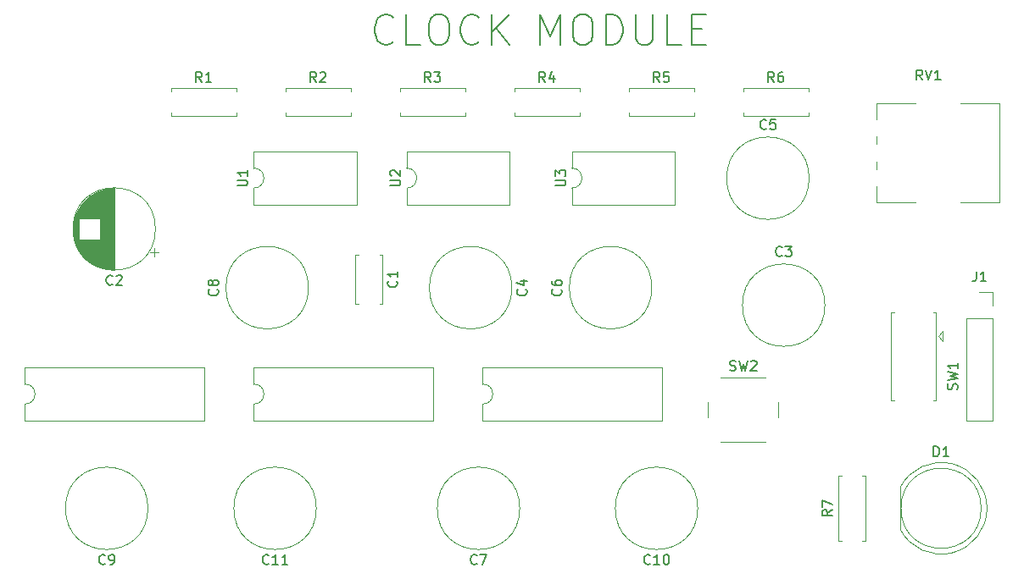
<source format=gbr>
%TF.GenerationSoftware,KiCad,Pcbnew,(7.0.0)*%
%TF.CreationDate,2023-05-14T14:46:27-04:00*%
%TF.ProjectId,8bc_clock,3862635f-636c-46f6-936b-2e6b69636164,rev?*%
%TF.SameCoordinates,Original*%
%TF.FileFunction,Legend,Top*%
%TF.FilePolarity,Positive*%
%FSLAX46Y46*%
G04 Gerber Fmt 4.6, Leading zero omitted, Abs format (unit mm)*
G04 Created by KiCad (PCBNEW (7.0.0)) date 2023-05-14 14:46:27*
%MOMM*%
%LPD*%
G01*
G04 APERTURE LIST*
%ADD10C,0.150000*%
%ADD11C,0.120000*%
G04 APERTURE END LIST*
D10*
X121808571Y-57481428D02*
X121665714Y-57624285D01*
X121665714Y-57624285D02*
X121237142Y-57767142D01*
X121237142Y-57767142D02*
X120951428Y-57767142D01*
X120951428Y-57767142D02*
X120522857Y-57624285D01*
X120522857Y-57624285D02*
X120237142Y-57338571D01*
X120237142Y-57338571D02*
X120094285Y-57052857D01*
X120094285Y-57052857D02*
X119951428Y-56481428D01*
X119951428Y-56481428D02*
X119951428Y-56052857D01*
X119951428Y-56052857D02*
X120094285Y-55481428D01*
X120094285Y-55481428D02*
X120237142Y-55195714D01*
X120237142Y-55195714D02*
X120522857Y-54910000D01*
X120522857Y-54910000D02*
X120951428Y-54767142D01*
X120951428Y-54767142D02*
X121237142Y-54767142D01*
X121237142Y-54767142D02*
X121665714Y-54910000D01*
X121665714Y-54910000D02*
X121808571Y-55052857D01*
X124522857Y-57767142D02*
X123094285Y-57767142D01*
X123094285Y-57767142D02*
X123094285Y-54767142D01*
X126094285Y-54767142D02*
X126665713Y-54767142D01*
X126665713Y-54767142D02*
X126951428Y-54910000D01*
X126951428Y-54910000D02*
X127237142Y-55195714D01*
X127237142Y-55195714D02*
X127379999Y-55767142D01*
X127379999Y-55767142D02*
X127379999Y-56767142D01*
X127379999Y-56767142D02*
X127237142Y-57338571D01*
X127237142Y-57338571D02*
X126951428Y-57624285D01*
X126951428Y-57624285D02*
X126665713Y-57767142D01*
X126665713Y-57767142D02*
X126094285Y-57767142D01*
X126094285Y-57767142D02*
X125808571Y-57624285D01*
X125808571Y-57624285D02*
X125522856Y-57338571D01*
X125522856Y-57338571D02*
X125379999Y-56767142D01*
X125379999Y-56767142D02*
X125379999Y-55767142D01*
X125379999Y-55767142D02*
X125522856Y-55195714D01*
X125522856Y-55195714D02*
X125808571Y-54910000D01*
X125808571Y-54910000D02*
X126094285Y-54767142D01*
X130379999Y-57481428D02*
X130237142Y-57624285D01*
X130237142Y-57624285D02*
X129808570Y-57767142D01*
X129808570Y-57767142D02*
X129522856Y-57767142D01*
X129522856Y-57767142D02*
X129094285Y-57624285D01*
X129094285Y-57624285D02*
X128808570Y-57338571D01*
X128808570Y-57338571D02*
X128665713Y-57052857D01*
X128665713Y-57052857D02*
X128522856Y-56481428D01*
X128522856Y-56481428D02*
X128522856Y-56052857D01*
X128522856Y-56052857D02*
X128665713Y-55481428D01*
X128665713Y-55481428D02*
X128808570Y-55195714D01*
X128808570Y-55195714D02*
X129094285Y-54910000D01*
X129094285Y-54910000D02*
X129522856Y-54767142D01*
X129522856Y-54767142D02*
X129808570Y-54767142D01*
X129808570Y-54767142D02*
X130237142Y-54910000D01*
X130237142Y-54910000D02*
X130379999Y-55052857D01*
X131665713Y-57767142D02*
X131665713Y-54767142D01*
X133379999Y-57767142D02*
X132094285Y-56052857D01*
X133379999Y-54767142D02*
X131665713Y-56481428D01*
X136465713Y-57767142D02*
X136465713Y-54767142D01*
X136465713Y-54767142D02*
X137465713Y-56910000D01*
X137465713Y-56910000D02*
X138465713Y-54767142D01*
X138465713Y-54767142D02*
X138465713Y-57767142D01*
X140465713Y-54767142D02*
X141037141Y-54767142D01*
X141037141Y-54767142D02*
X141322856Y-54910000D01*
X141322856Y-54910000D02*
X141608570Y-55195714D01*
X141608570Y-55195714D02*
X141751427Y-55767142D01*
X141751427Y-55767142D02*
X141751427Y-56767142D01*
X141751427Y-56767142D02*
X141608570Y-57338571D01*
X141608570Y-57338571D02*
X141322856Y-57624285D01*
X141322856Y-57624285D02*
X141037141Y-57767142D01*
X141037141Y-57767142D02*
X140465713Y-57767142D01*
X140465713Y-57767142D02*
X140179999Y-57624285D01*
X140179999Y-57624285D02*
X139894284Y-57338571D01*
X139894284Y-57338571D02*
X139751427Y-56767142D01*
X139751427Y-56767142D02*
X139751427Y-55767142D01*
X139751427Y-55767142D02*
X139894284Y-55195714D01*
X139894284Y-55195714D02*
X140179999Y-54910000D01*
X140179999Y-54910000D02*
X140465713Y-54767142D01*
X143037141Y-57767142D02*
X143037141Y-54767142D01*
X143037141Y-54767142D02*
X143751427Y-54767142D01*
X143751427Y-54767142D02*
X144179998Y-54910000D01*
X144179998Y-54910000D02*
X144465713Y-55195714D01*
X144465713Y-55195714D02*
X144608570Y-55481428D01*
X144608570Y-55481428D02*
X144751427Y-56052857D01*
X144751427Y-56052857D02*
X144751427Y-56481428D01*
X144751427Y-56481428D02*
X144608570Y-57052857D01*
X144608570Y-57052857D02*
X144465713Y-57338571D01*
X144465713Y-57338571D02*
X144179998Y-57624285D01*
X144179998Y-57624285D02*
X143751427Y-57767142D01*
X143751427Y-57767142D02*
X143037141Y-57767142D01*
X146037141Y-54767142D02*
X146037141Y-57195714D01*
X146037141Y-57195714D02*
X146179998Y-57481428D01*
X146179998Y-57481428D02*
X146322856Y-57624285D01*
X146322856Y-57624285D02*
X146608570Y-57767142D01*
X146608570Y-57767142D02*
X147179998Y-57767142D01*
X147179998Y-57767142D02*
X147465713Y-57624285D01*
X147465713Y-57624285D02*
X147608570Y-57481428D01*
X147608570Y-57481428D02*
X147751427Y-57195714D01*
X147751427Y-57195714D02*
X147751427Y-54767142D01*
X150608570Y-57767142D02*
X149179998Y-57767142D01*
X149179998Y-57767142D02*
X149179998Y-54767142D01*
X151608569Y-56195714D02*
X152608569Y-56195714D01*
X153037141Y-57767142D02*
X151608569Y-57767142D01*
X151608569Y-57767142D02*
X151608569Y-54767142D01*
X151608569Y-54767142D02*
X153037141Y-54767142D01*
%TO.C,SW2*%
X155436667Y-90339761D02*
X155579524Y-90387380D01*
X155579524Y-90387380D02*
X155817619Y-90387380D01*
X155817619Y-90387380D02*
X155912857Y-90339761D01*
X155912857Y-90339761D02*
X155960476Y-90292142D01*
X155960476Y-90292142D02*
X156008095Y-90196904D01*
X156008095Y-90196904D02*
X156008095Y-90101666D01*
X156008095Y-90101666D02*
X155960476Y-90006428D01*
X155960476Y-90006428D02*
X155912857Y-89958809D01*
X155912857Y-89958809D02*
X155817619Y-89911190D01*
X155817619Y-89911190D02*
X155627143Y-89863571D01*
X155627143Y-89863571D02*
X155531905Y-89815952D01*
X155531905Y-89815952D02*
X155484286Y-89768333D01*
X155484286Y-89768333D02*
X155436667Y-89673095D01*
X155436667Y-89673095D02*
X155436667Y-89577857D01*
X155436667Y-89577857D02*
X155484286Y-89482619D01*
X155484286Y-89482619D02*
X155531905Y-89435000D01*
X155531905Y-89435000D02*
X155627143Y-89387380D01*
X155627143Y-89387380D02*
X155865238Y-89387380D01*
X155865238Y-89387380D02*
X156008095Y-89435000D01*
X156341429Y-89387380D02*
X156579524Y-90387380D01*
X156579524Y-90387380D02*
X156770000Y-89673095D01*
X156770000Y-89673095D02*
X156960476Y-90387380D01*
X156960476Y-90387380D02*
X157198572Y-89387380D01*
X157531905Y-89482619D02*
X157579524Y-89435000D01*
X157579524Y-89435000D02*
X157674762Y-89387380D01*
X157674762Y-89387380D02*
X157912857Y-89387380D01*
X157912857Y-89387380D02*
X158008095Y-89435000D01*
X158008095Y-89435000D02*
X158055714Y-89482619D01*
X158055714Y-89482619D02*
X158103333Y-89577857D01*
X158103333Y-89577857D02*
X158103333Y-89673095D01*
X158103333Y-89673095D02*
X158055714Y-89815952D01*
X158055714Y-89815952D02*
X157484286Y-90387380D01*
X157484286Y-90387380D02*
X158103333Y-90387380D01*
%TO.C,D1*%
X175791905Y-98947380D02*
X175791905Y-97947380D01*
X175791905Y-97947380D02*
X176030000Y-97947380D01*
X176030000Y-97947380D02*
X176172857Y-97995000D01*
X176172857Y-97995000D02*
X176268095Y-98090238D01*
X176268095Y-98090238D02*
X176315714Y-98185476D01*
X176315714Y-98185476D02*
X176363333Y-98375952D01*
X176363333Y-98375952D02*
X176363333Y-98518809D01*
X176363333Y-98518809D02*
X176315714Y-98709285D01*
X176315714Y-98709285D02*
X176268095Y-98804523D01*
X176268095Y-98804523D02*
X176172857Y-98899761D01*
X176172857Y-98899761D02*
X176030000Y-98947380D01*
X176030000Y-98947380D02*
X175791905Y-98947380D01*
X177315714Y-98947380D02*
X176744286Y-98947380D01*
X177030000Y-98947380D02*
X177030000Y-97947380D01*
X177030000Y-97947380D02*
X176934762Y-98090238D01*
X176934762Y-98090238D02*
X176839524Y-98185476D01*
X176839524Y-98185476D02*
X176744286Y-98233095D01*
%TO.C,R1*%
X102703333Y-61497380D02*
X102370000Y-61021190D01*
X102131905Y-61497380D02*
X102131905Y-60497380D01*
X102131905Y-60497380D02*
X102512857Y-60497380D01*
X102512857Y-60497380D02*
X102608095Y-60545000D01*
X102608095Y-60545000D02*
X102655714Y-60592619D01*
X102655714Y-60592619D02*
X102703333Y-60687857D01*
X102703333Y-60687857D02*
X102703333Y-60830714D01*
X102703333Y-60830714D02*
X102655714Y-60925952D01*
X102655714Y-60925952D02*
X102608095Y-60973571D01*
X102608095Y-60973571D02*
X102512857Y-61021190D01*
X102512857Y-61021190D02*
X102131905Y-61021190D01*
X103655714Y-61497380D02*
X103084286Y-61497380D01*
X103370000Y-61497380D02*
X103370000Y-60497380D01*
X103370000Y-60497380D02*
X103274762Y-60640238D01*
X103274762Y-60640238D02*
X103179524Y-60735476D01*
X103179524Y-60735476D02*
X103084286Y-60783095D01*
%TO.C,U1*%
X106257380Y-71871904D02*
X107066904Y-71871904D01*
X107066904Y-71871904D02*
X107162142Y-71824285D01*
X107162142Y-71824285D02*
X107209761Y-71776666D01*
X107209761Y-71776666D02*
X107257380Y-71681428D01*
X107257380Y-71681428D02*
X107257380Y-71490952D01*
X107257380Y-71490952D02*
X107209761Y-71395714D01*
X107209761Y-71395714D02*
X107162142Y-71348095D01*
X107162142Y-71348095D02*
X107066904Y-71300476D01*
X107066904Y-71300476D02*
X106257380Y-71300476D01*
X107257380Y-70300476D02*
X107257380Y-70871904D01*
X107257380Y-70586190D02*
X106257380Y-70586190D01*
X106257380Y-70586190D02*
X106400238Y-70681428D01*
X106400238Y-70681428D02*
X106495476Y-70776666D01*
X106495476Y-70776666D02*
X106543095Y-70871904D01*
%TO.C,C7*%
X130163333Y-109662142D02*
X130115714Y-109709761D01*
X130115714Y-109709761D02*
X129972857Y-109757380D01*
X129972857Y-109757380D02*
X129877619Y-109757380D01*
X129877619Y-109757380D02*
X129734762Y-109709761D01*
X129734762Y-109709761D02*
X129639524Y-109614523D01*
X129639524Y-109614523D02*
X129591905Y-109519285D01*
X129591905Y-109519285D02*
X129544286Y-109328809D01*
X129544286Y-109328809D02*
X129544286Y-109185952D01*
X129544286Y-109185952D02*
X129591905Y-108995476D01*
X129591905Y-108995476D02*
X129639524Y-108900238D01*
X129639524Y-108900238D02*
X129734762Y-108805000D01*
X129734762Y-108805000D02*
X129877619Y-108757380D01*
X129877619Y-108757380D02*
X129972857Y-108757380D01*
X129972857Y-108757380D02*
X130115714Y-108805000D01*
X130115714Y-108805000D02*
X130163333Y-108852619D01*
X130496667Y-108757380D02*
X131163333Y-108757380D01*
X131163333Y-108757380D02*
X130734762Y-109757380D01*
%TO.C,C5*%
X159063333Y-66142142D02*
X159015714Y-66189761D01*
X159015714Y-66189761D02*
X158872857Y-66237380D01*
X158872857Y-66237380D02*
X158777619Y-66237380D01*
X158777619Y-66237380D02*
X158634762Y-66189761D01*
X158634762Y-66189761D02*
X158539524Y-66094523D01*
X158539524Y-66094523D02*
X158491905Y-65999285D01*
X158491905Y-65999285D02*
X158444286Y-65808809D01*
X158444286Y-65808809D02*
X158444286Y-65665952D01*
X158444286Y-65665952D02*
X158491905Y-65475476D01*
X158491905Y-65475476D02*
X158539524Y-65380238D01*
X158539524Y-65380238D02*
X158634762Y-65285000D01*
X158634762Y-65285000D02*
X158777619Y-65237380D01*
X158777619Y-65237380D02*
X158872857Y-65237380D01*
X158872857Y-65237380D02*
X159015714Y-65285000D01*
X159015714Y-65285000D02*
X159063333Y-65332619D01*
X159968095Y-65237380D02*
X159491905Y-65237380D01*
X159491905Y-65237380D02*
X159444286Y-65713571D01*
X159444286Y-65713571D02*
X159491905Y-65665952D01*
X159491905Y-65665952D02*
X159587143Y-65618333D01*
X159587143Y-65618333D02*
X159825238Y-65618333D01*
X159825238Y-65618333D02*
X159920476Y-65665952D01*
X159920476Y-65665952D02*
X159968095Y-65713571D01*
X159968095Y-65713571D02*
X160015714Y-65808809D01*
X160015714Y-65808809D02*
X160015714Y-66046904D01*
X160015714Y-66046904D02*
X159968095Y-66142142D01*
X159968095Y-66142142D02*
X159920476Y-66189761D01*
X159920476Y-66189761D02*
X159825238Y-66237380D01*
X159825238Y-66237380D02*
X159587143Y-66237380D01*
X159587143Y-66237380D02*
X159491905Y-66189761D01*
X159491905Y-66189761D02*
X159444286Y-66142142D01*
%TO.C,C2*%
X93773333Y-81722142D02*
X93725714Y-81769761D01*
X93725714Y-81769761D02*
X93582857Y-81817380D01*
X93582857Y-81817380D02*
X93487619Y-81817380D01*
X93487619Y-81817380D02*
X93344762Y-81769761D01*
X93344762Y-81769761D02*
X93249524Y-81674523D01*
X93249524Y-81674523D02*
X93201905Y-81579285D01*
X93201905Y-81579285D02*
X93154286Y-81388809D01*
X93154286Y-81388809D02*
X93154286Y-81245952D01*
X93154286Y-81245952D02*
X93201905Y-81055476D01*
X93201905Y-81055476D02*
X93249524Y-80960238D01*
X93249524Y-80960238D02*
X93344762Y-80865000D01*
X93344762Y-80865000D02*
X93487619Y-80817380D01*
X93487619Y-80817380D02*
X93582857Y-80817380D01*
X93582857Y-80817380D02*
X93725714Y-80865000D01*
X93725714Y-80865000D02*
X93773333Y-80912619D01*
X94154286Y-80912619D02*
X94201905Y-80865000D01*
X94201905Y-80865000D02*
X94297143Y-80817380D01*
X94297143Y-80817380D02*
X94535238Y-80817380D01*
X94535238Y-80817380D02*
X94630476Y-80865000D01*
X94630476Y-80865000D02*
X94678095Y-80912619D01*
X94678095Y-80912619D02*
X94725714Y-81007857D01*
X94725714Y-81007857D02*
X94725714Y-81103095D01*
X94725714Y-81103095D02*
X94678095Y-81245952D01*
X94678095Y-81245952D02*
X94106667Y-81817380D01*
X94106667Y-81817380D02*
X94725714Y-81817380D01*
%TO.C,C4*%
X135062142Y-82236666D02*
X135109761Y-82284285D01*
X135109761Y-82284285D02*
X135157380Y-82427142D01*
X135157380Y-82427142D02*
X135157380Y-82522380D01*
X135157380Y-82522380D02*
X135109761Y-82665237D01*
X135109761Y-82665237D02*
X135014523Y-82760475D01*
X135014523Y-82760475D02*
X134919285Y-82808094D01*
X134919285Y-82808094D02*
X134728809Y-82855713D01*
X134728809Y-82855713D02*
X134585952Y-82855713D01*
X134585952Y-82855713D02*
X134395476Y-82808094D01*
X134395476Y-82808094D02*
X134300238Y-82760475D01*
X134300238Y-82760475D02*
X134205000Y-82665237D01*
X134205000Y-82665237D02*
X134157380Y-82522380D01*
X134157380Y-82522380D02*
X134157380Y-82427142D01*
X134157380Y-82427142D02*
X134205000Y-82284285D01*
X134205000Y-82284285D02*
X134252619Y-82236666D01*
X134490714Y-81379523D02*
X135157380Y-81379523D01*
X134109761Y-81617618D02*
X134824047Y-81855713D01*
X134824047Y-81855713D02*
X134824047Y-81236666D01*
%TO.C,C3*%
X160643333Y-78842142D02*
X160595714Y-78889761D01*
X160595714Y-78889761D02*
X160452857Y-78937380D01*
X160452857Y-78937380D02*
X160357619Y-78937380D01*
X160357619Y-78937380D02*
X160214762Y-78889761D01*
X160214762Y-78889761D02*
X160119524Y-78794523D01*
X160119524Y-78794523D02*
X160071905Y-78699285D01*
X160071905Y-78699285D02*
X160024286Y-78508809D01*
X160024286Y-78508809D02*
X160024286Y-78365952D01*
X160024286Y-78365952D02*
X160071905Y-78175476D01*
X160071905Y-78175476D02*
X160119524Y-78080238D01*
X160119524Y-78080238D02*
X160214762Y-77985000D01*
X160214762Y-77985000D02*
X160357619Y-77937380D01*
X160357619Y-77937380D02*
X160452857Y-77937380D01*
X160452857Y-77937380D02*
X160595714Y-77985000D01*
X160595714Y-77985000D02*
X160643333Y-78032619D01*
X160976667Y-77937380D02*
X161595714Y-77937380D01*
X161595714Y-77937380D02*
X161262381Y-78318333D01*
X161262381Y-78318333D02*
X161405238Y-78318333D01*
X161405238Y-78318333D02*
X161500476Y-78365952D01*
X161500476Y-78365952D02*
X161548095Y-78413571D01*
X161548095Y-78413571D02*
X161595714Y-78508809D01*
X161595714Y-78508809D02*
X161595714Y-78746904D01*
X161595714Y-78746904D02*
X161548095Y-78842142D01*
X161548095Y-78842142D02*
X161500476Y-78889761D01*
X161500476Y-78889761D02*
X161405238Y-78937380D01*
X161405238Y-78937380D02*
X161119524Y-78937380D01*
X161119524Y-78937380D02*
X161024286Y-78889761D01*
X161024286Y-78889761D02*
X160976667Y-78842142D01*
%TO.C,C10*%
X147467142Y-109662142D02*
X147419523Y-109709761D01*
X147419523Y-109709761D02*
X147276666Y-109757380D01*
X147276666Y-109757380D02*
X147181428Y-109757380D01*
X147181428Y-109757380D02*
X147038571Y-109709761D01*
X147038571Y-109709761D02*
X146943333Y-109614523D01*
X146943333Y-109614523D02*
X146895714Y-109519285D01*
X146895714Y-109519285D02*
X146848095Y-109328809D01*
X146848095Y-109328809D02*
X146848095Y-109185952D01*
X146848095Y-109185952D02*
X146895714Y-108995476D01*
X146895714Y-108995476D02*
X146943333Y-108900238D01*
X146943333Y-108900238D02*
X147038571Y-108805000D01*
X147038571Y-108805000D02*
X147181428Y-108757380D01*
X147181428Y-108757380D02*
X147276666Y-108757380D01*
X147276666Y-108757380D02*
X147419523Y-108805000D01*
X147419523Y-108805000D02*
X147467142Y-108852619D01*
X148419523Y-109757380D02*
X147848095Y-109757380D01*
X148133809Y-109757380D02*
X148133809Y-108757380D01*
X148133809Y-108757380D02*
X148038571Y-108900238D01*
X148038571Y-108900238D02*
X147943333Y-108995476D01*
X147943333Y-108995476D02*
X147848095Y-109043095D01*
X149038571Y-108757380D02*
X149133809Y-108757380D01*
X149133809Y-108757380D02*
X149229047Y-108805000D01*
X149229047Y-108805000D02*
X149276666Y-108852619D01*
X149276666Y-108852619D02*
X149324285Y-108947857D01*
X149324285Y-108947857D02*
X149371904Y-109138333D01*
X149371904Y-109138333D02*
X149371904Y-109376428D01*
X149371904Y-109376428D02*
X149324285Y-109566904D01*
X149324285Y-109566904D02*
X149276666Y-109662142D01*
X149276666Y-109662142D02*
X149229047Y-109709761D01*
X149229047Y-109709761D02*
X149133809Y-109757380D01*
X149133809Y-109757380D02*
X149038571Y-109757380D01*
X149038571Y-109757380D02*
X148943333Y-109709761D01*
X148943333Y-109709761D02*
X148895714Y-109662142D01*
X148895714Y-109662142D02*
X148848095Y-109566904D01*
X148848095Y-109566904D02*
X148800476Y-109376428D01*
X148800476Y-109376428D02*
X148800476Y-109138333D01*
X148800476Y-109138333D02*
X148848095Y-108947857D01*
X148848095Y-108947857D02*
X148895714Y-108852619D01*
X148895714Y-108852619D02*
X148943333Y-108805000D01*
X148943333Y-108805000D02*
X149038571Y-108757380D01*
%TO.C,RV1*%
X174664761Y-61297380D02*
X174331428Y-60821190D01*
X174093333Y-61297380D02*
X174093333Y-60297380D01*
X174093333Y-60297380D02*
X174474285Y-60297380D01*
X174474285Y-60297380D02*
X174569523Y-60345000D01*
X174569523Y-60345000D02*
X174617142Y-60392619D01*
X174617142Y-60392619D02*
X174664761Y-60487857D01*
X174664761Y-60487857D02*
X174664761Y-60630714D01*
X174664761Y-60630714D02*
X174617142Y-60725952D01*
X174617142Y-60725952D02*
X174569523Y-60773571D01*
X174569523Y-60773571D02*
X174474285Y-60821190D01*
X174474285Y-60821190D02*
X174093333Y-60821190D01*
X174950476Y-60297380D02*
X175283809Y-61297380D01*
X175283809Y-61297380D02*
X175617142Y-60297380D01*
X176474285Y-61297380D02*
X175902857Y-61297380D01*
X176188571Y-61297380D02*
X176188571Y-60297380D01*
X176188571Y-60297380D02*
X176093333Y-60440238D01*
X176093333Y-60440238D02*
X175998095Y-60535476D01*
X175998095Y-60535476D02*
X175902857Y-60583095D01*
%TO.C,SW1*%
X178119761Y-92253332D02*
X178167380Y-92110475D01*
X178167380Y-92110475D02*
X178167380Y-91872380D01*
X178167380Y-91872380D02*
X178119761Y-91777142D01*
X178119761Y-91777142D02*
X178072142Y-91729523D01*
X178072142Y-91729523D02*
X177976904Y-91681904D01*
X177976904Y-91681904D02*
X177881666Y-91681904D01*
X177881666Y-91681904D02*
X177786428Y-91729523D01*
X177786428Y-91729523D02*
X177738809Y-91777142D01*
X177738809Y-91777142D02*
X177691190Y-91872380D01*
X177691190Y-91872380D02*
X177643571Y-92062856D01*
X177643571Y-92062856D02*
X177595952Y-92158094D01*
X177595952Y-92158094D02*
X177548333Y-92205713D01*
X177548333Y-92205713D02*
X177453095Y-92253332D01*
X177453095Y-92253332D02*
X177357857Y-92253332D01*
X177357857Y-92253332D02*
X177262619Y-92205713D01*
X177262619Y-92205713D02*
X177215000Y-92158094D01*
X177215000Y-92158094D02*
X177167380Y-92062856D01*
X177167380Y-92062856D02*
X177167380Y-91824761D01*
X177167380Y-91824761D02*
X177215000Y-91681904D01*
X177167380Y-91348570D02*
X178167380Y-91110475D01*
X178167380Y-91110475D02*
X177453095Y-90919999D01*
X177453095Y-90919999D02*
X178167380Y-90729523D01*
X178167380Y-90729523D02*
X177167380Y-90491428D01*
X178167380Y-89586666D02*
X178167380Y-90158094D01*
X178167380Y-89872380D02*
X177167380Y-89872380D01*
X177167380Y-89872380D02*
X177310238Y-89967618D01*
X177310238Y-89967618D02*
X177405476Y-90062856D01*
X177405476Y-90062856D02*
X177453095Y-90158094D01*
%TO.C,C6*%
X138542142Y-82236666D02*
X138589761Y-82284285D01*
X138589761Y-82284285D02*
X138637380Y-82427142D01*
X138637380Y-82427142D02*
X138637380Y-82522380D01*
X138637380Y-82522380D02*
X138589761Y-82665237D01*
X138589761Y-82665237D02*
X138494523Y-82760475D01*
X138494523Y-82760475D02*
X138399285Y-82808094D01*
X138399285Y-82808094D02*
X138208809Y-82855713D01*
X138208809Y-82855713D02*
X138065952Y-82855713D01*
X138065952Y-82855713D02*
X137875476Y-82808094D01*
X137875476Y-82808094D02*
X137780238Y-82760475D01*
X137780238Y-82760475D02*
X137685000Y-82665237D01*
X137685000Y-82665237D02*
X137637380Y-82522380D01*
X137637380Y-82522380D02*
X137637380Y-82427142D01*
X137637380Y-82427142D02*
X137685000Y-82284285D01*
X137685000Y-82284285D02*
X137732619Y-82236666D01*
X137637380Y-81379523D02*
X137637380Y-81569999D01*
X137637380Y-81569999D02*
X137685000Y-81665237D01*
X137685000Y-81665237D02*
X137732619Y-81712856D01*
X137732619Y-81712856D02*
X137875476Y-81808094D01*
X137875476Y-81808094D02*
X138065952Y-81855713D01*
X138065952Y-81855713D02*
X138446904Y-81855713D01*
X138446904Y-81855713D02*
X138542142Y-81808094D01*
X138542142Y-81808094D02*
X138589761Y-81760475D01*
X138589761Y-81760475D02*
X138637380Y-81665237D01*
X138637380Y-81665237D02*
X138637380Y-81474761D01*
X138637380Y-81474761D02*
X138589761Y-81379523D01*
X138589761Y-81379523D02*
X138542142Y-81331904D01*
X138542142Y-81331904D02*
X138446904Y-81284285D01*
X138446904Y-81284285D02*
X138208809Y-81284285D01*
X138208809Y-81284285D02*
X138113571Y-81331904D01*
X138113571Y-81331904D02*
X138065952Y-81379523D01*
X138065952Y-81379523D02*
X138018333Y-81474761D01*
X138018333Y-81474761D02*
X138018333Y-81665237D01*
X138018333Y-81665237D02*
X138065952Y-81760475D01*
X138065952Y-81760475D02*
X138113571Y-81808094D01*
X138113571Y-81808094D02*
X138208809Y-81855713D01*
%TO.C,R3*%
X125563333Y-61497380D02*
X125230000Y-61021190D01*
X124991905Y-61497380D02*
X124991905Y-60497380D01*
X124991905Y-60497380D02*
X125372857Y-60497380D01*
X125372857Y-60497380D02*
X125468095Y-60545000D01*
X125468095Y-60545000D02*
X125515714Y-60592619D01*
X125515714Y-60592619D02*
X125563333Y-60687857D01*
X125563333Y-60687857D02*
X125563333Y-60830714D01*
X125563333Y-60830714D02*
X125515714Y-60925952D01*
X125515714Y-60925952D02*
X125468095Y-60973571D01*
X125468095Y-60973571D02*
X125372857Y-61021190D01*
X125372857Y-61021190D02*
X124991905Y-61021190D01*
X125896667Y-60497380D02*
X126515714Y-60497380D01*
X126515714Y-60497380D02*
X126182381Y-60878333D01*
X126182381Y-60878333D02*
X126325238Y-60878333D01*
X126325238Y-60878333D02*
X126420476Y-60925952D01*
X126420476Y-60925952D02*
X126468095Y-60973571D01*
X126468095Y-60973571D02*
X126515714Y-61068809D01*
X126515714Y-61068809D02*
X126515714Y-61306904D01*
X126515714Y-61306904D02*
X126468095Y-61402142D01*
X126468095Y-61402142D02*
X126420476Y-61449761D01*
X126420476Y-61449761D02*
X126325238Y-61497380D01*
X126325238Y-61497380D02*
X126039524Y-61497380D01*
X126039524Y-61497380D02*
X125944286Y-61449761D01*
X125944286Y-61449761D02*
X125896667Y-61402142D01*
%TO.C,R6*%
X159853333Y-61497380D02*
X159520000Y-61021190D01*
X159281905Y-61497380D02*
X159281905Y-60497380D01*
X159281905Y-60497380D02*
X159662857Y-60497380D01*
X159662857Y-60497380D02*
X159758095Y-60545000D01*
X159758095Y-60545000D02*
X159805714Y-60592619D01*
X159805714Y-60592619D02*
X159853333Y-60687857D01*
X159853333Y-60687857D02*
X159853333Y-60830714D01*
X159853333Y-60830714D02*
X159805714Y-60925952D01*
X159805714Y-60925952D02*
X159758095Y-60973571D01*
X159758095Y-60973571D02*
X159662857Y-61021190D01*
X159662857Y-61021190D02*
X159281905Y-61021190D01*
X160710476Y-60497380D02*
X160520000Y-60497380D01*
X160520000Y-60497380D02*
X160424762Y-60545000D01*
X160424762Y-60545000D02*
X160377143Y-60592619D01*
X160377143Y-60592619D02*
X160281905Y-60735476D01*
X160281905Y-60735476D02*
X160234286Y-60925952D01*
X160234286Y-60925952D02*
X160234286Y-61306904D01*
X160234286Y-61306904D02*
X160281905Y-61402142D01*
X160281905Y-61402142D02*
X160329524Y-61449761D01*
X160329524Y-61449761D02*
X160424762Y-61497380D01*
X160424762Y-61497380D02*
X160615238Y-61497380D01*
X160615238Y-61497380D02*
X160710476Y-61449761D01*
X160710476Y-61449761D02*
X160758095Y-61402142D01*
X160758095Y-61402142D02*
X160805714Y-61306904D01*
X160805714Y-61306904D02*
X160805714Y-61068809D01*
X160805714Y-61068809D02*
X160758095Y-60973571D01*
X160758095Y-60973571D02*
X160710476Y-60925952D01*
X160710476Y-60925952D02*
X160615238Y-60878333D01*
X160615238Y-60878333D02*
X160424762Y-60878333D01*
X160424762Y-60878333D02*
X160329524Y-60925952D01*
X160329524Y-60925952D02*
X160281905Y-60973571D01*
X160281905Y-60973571D02*
X160234286Y-61068809D01*
%TO.C,C9*%
X93023333Y-109662142D02*
X92975714Y-109709761D01*
X92975714Y-109709761D02*
X92832857Y-109757380D01*
X92832857Y-109757380D02*
X92737619Y-109757380D01*
X92737619Y-109757380D02*
X92594762Y-109709761D01*
X92594762Y-109709761D02*
X92499524Y-109614523D01*
X92499524Y-109614523D02*
X92451905Y-109519285D01*
X92451905Y-109519285D02*
X92404286Y-109328809D01*
X92404286Y-109328809D02*
X92404286Y-109185952D01*
X92404286Y-109185952D02*
X92451905Y-108995476D01*
X92451905Y-108995476D02*
X92499524Y-108900238D01*
X92499524Y-108900238D02*
X92594762Y-108805000D01*
X92594762Y-108805000D02*
X92737619Y-108757380D01*
X92737619Y-108757380D02*
X92832857Y-108757380D01*
X92832857Y-108757380D02*
X92975714Y-108805000D01*
X92975714Y-108805000D02*
X93023333Y-108852619D01*
X93499524Y-109757380D02*
X93690000Y-109757380D01*
X93690000Y-109757380D02*
X93785238Y-109709761D01*
X93785238Y-109709761D02*
X93832857Y-109662142D01*
X93832857Y-109662142D02*
X93928095Y-109519285D01*
X93928095Y-109519285D02*
X93975714Y-109328809D01*
X93975714Y-109328809D02*
X93975714Y-108947857D01*
X93975714Y-108947857D02*
X93928095Y-108852619D01*
X93928095Y-108852619D02*
X93880476Y-108805000D01*
X93880476Y-108805000D02*
X93785238Y-108757380D01*
X93785238Y-108757380D02*
X93594762Y-108757380D01*
X93594762Y-108757380D02*
X93499524Y-108805000D01*
X93499524Y-108805000D02*
X93451905Y-108852619D01*
X93451905Y-108852619D02*
X93404286Y-108947857D01*
X93404286Y-108947857D02*
X93404286Y-109185952D01*
X93404286Y-109185952D02*
X93451905Y-109281190D01*
X93451905Y-109281190D02*
X93499524Y-109328809D01*
X93499524Y-109328809D02*
X93594762Y-109376428D01*
X93594762Y-109376428D02*
X93785238Y-109376428D01*
X93785238Y-109376428D02*
X93880476Y-109328809D01*
X93880476Y-109328809D02*
X93928095Y-109281190D01*
X93928095Y-109281190D02*
X93975714Y-109185952D01*
%TO.C,R5*%
X148423333Y-61497380D02*
X148090000Y-61021190D01*
X147851905Y-61497380D02*
X147851905Y-60497380D01*
X147851905Y-60497380D02*
X148232857Y-60497380D01*
X148232857Y-60497380D02*
X148328095Y-60545000D01*
X148328095Y-60545000D02*
X148375714Y-60592619D01*
X148375714Y-60592619D02*
X148423333Y-60687857D01*
X148423333Y-60687857D02*
X148423333Y-60830714D01*
X148423333Y-60830714D02*
X148375714Y-60925952D01*
X148375714Y-60925952D02*
X148328095Y-60973571D01*
X148328095Y-60973571D02*
X148232857Y-61021190D01*
X148232857Y-61021190D02*
X147851905Y-61021190D01*
X149328095Y-60497380D02*
X148851905Y-60497380D01*
X148851905Y-60497380D02*
X148804286Y-60973571D01*
X148804286Y-60973571D02*
X148851905Y-60925952D01*
X148851905Y-60925952D02*
X148947143Y-60878333D01*
X148947143Y-60878333D02*
X149185238Y-60878333D01*
X149185238Y-60878333D02*
X149280476Y-60925952D01*
X149280476Y-60925952D02*
X149328095Y-60973571D01*
X149328095Y-60973571D02*
X149375714Y-61068809D01*
X149375714Y-61068809D02*
X149375714Y-61306904D01*
X149375714Y-61306904D02*
X149328095Y-61402142D01*
X149328095Y-61402142D02*
X149280476Y-61449761D01*
X149280476Y-61449761D02*
X149185238Y-61497380D01*
X149185238Y-61497380D02*
X148947143Y-61497380D01*
X148947143Y-61497380D02*
X148851905Y-61449761D01*
X148851905Y-61449761D02*
X148804286Y-61402142D01*
%TO.C,R4*%
X136993333Y-61497380D02*
X136660000Y-61021190D01*
X136421905Y-61497380D02*
X136421905Y-60497380D01*
X136421905Y-60497380D02*
X136802857Y-60497380D01*
X136802857Y-60497380D02*
X136898095Y-60545000D01*
X136898095Y-60545000D02*
X136945714Y-60592619D01*
X136945714Y-60592619D02*
X136993333Y-60687857D01*
X136993333Y-60687857D02*
X136993333Y-60830714D01*
X136993333Y-60830714D02*
X136945714Y-60925952D01*
X136945714Y-60925952D02*
X136898095Y-60973571D01*
X136898095Y-60973571D02*
X136802857Y-61021190D01*
X136802857Y-61021190D02*
X136421905Y-61021190D01*
X137850476Y-60830714D02*
X137850476Y-61497380D01*
X137612381Y-60449761D02*
X137374286Y-61164047D01*
X137374286Y-61164047D02*
X137993333Y-61164047D01*
%TO.C,U3*%
X138017380Y-71871904D02*
X138826904Y-71871904D01*
X138826904Y-71871904D02*
X138922142Y-71824285D01*
X138922142Y-71824285D02*
X138969761Y-71776666D01*
X138969761Y-71776666D02*
X139017380Y-71681428D01*
X139017380Y-71681428D02*
X139017380Y-71490952D01*
X139017380Y-71490952D02*
X138969761Y-71395714D01*
X138969761Y-71395714D02*
X138922142Y-71348095D01*
X138922142Y-71348095D02*
X138826904Y-71300476D01*
X138826904Y-71300476D02*
X138017380Y-71300476D01*
X138017380Y-70919523D02*
X138017380Y-70300476D01*
X138017380Y-70300476D02*
X138398333Y-70633809D01*
X138398333Y-70633809D02*
X138398333Y-70490952D01*
X138398333Y-70490952D02*
X138445952Y-70395714D01*
X138445952Y-70395714D02*
X138493571Y-70348095D01*
X138493571Y-70348095D02*
X138588809Y-70300476D01*
X138588809Y-70300476D02*
X138826904Y-70300476D01*
X138826904Y-70300476D02*
X138922142Y-70348095D01*
X138922142Y-70348095D02*
X138969761Y-70395714D01*
X138969761Y-70395714D02*
X139017380Y-70490952D01*
X139017380Y-70490952D02*
X139017380Y-70776666D01*
X139017380Y-70776666D02*
X138969761Y-70871904D01*
X138969761Y-70871904D02*
X138922142Y-70919523D01*
%TO.C,C1*%
X122152142Y-81406666D02*
X122199761Y-81454285D01*
X122199761Y-81454285D02*
X122247380Y-81597142D01*
X122247380Y-81597142D02*
X122247380Y-81692380D01*
X122247380Y-81692380D02*
X122199761Y-81835237D01*
X122199761Y-81835237D02*
X122104523Y-81930475D01*
X122104523Y-81930475D02*
X122009285Y-81978094D01*
X122009285Y-81978094D02*
X121818809Y-82025713D01*
X121818809Y-82025713D02*
X121675952Y-82025713D01*
X121675952Y-82025713D02*
X121485476Y-81978094D01*
X121485476Y-81978094D02*
X121390238Y-81930475D01*
X121390238Y-81930475D02*
X121295000Y-81835237D01*
X121295000Y-81835237D02*
X121247380Y-81692380D01*
X121247380Y-81692380D02*
X121247380Y-81597142D01*
X121247380Y-81597142D02*
X121295000Y-81454285D01*
X121295000Y-81454285D02*
X121342619Y-81406666D01*
X122247380Y-80454285D02*
X122247380Y-81025713D01*
X122247380Y-80739999D02*
X121247380Y-80739999D01*
X121247380Y-80739999D02*
X121390238Y-80835237D01*
X121390238Y-80835237D02*
X121485476Y-80930475D01*
X121485476Y-80930475D02*
X121533095Y-81025713D01*
%TO.C,C8*%
X104242142Y-82236666D02*
X104289761Y-82284285D01*
X104289761Y-82284285D02*
X104337380Y-82427142D01*
X104337380Y-82427142D02*
X104337380Y-82522380D01*
X104337380Y-82522380D02*
X104289761Y-82665237D01*
X104289761Y-82665237D02*
X104194523Y-82760475D01*
X104194523Y-82760475D02*
X104099285Y-82808094D01*
X104099285Y-82808094D02*
X103908809Y-82855713D01*
X103908809Y-82855713D02*
X103765952Y-82855713D01*
X103765952Y-82855713D02*
X103575476Y-82808094D01*
X103575476Y-82808094D02*
X103480238Y-82760475D01*
X103480238Y-82760475D02*
X103385000Y-82665237D01*
X103385000Y-82665237D02*
X103337380Y-82522380D01*
X103337380Y-82522380D02*
X103337380Y-82427142D01*
X103337380Y-82427142D02*
X103385000Y-82284285D01*
X103385000Y-82284285D02*
X103432619Y-82236666D01*
X103765952Y-81665237D02*
X103718333Y-81760475D01*
X103718333Y-81760475D02*
X103670714Y-81808094D01*
X103670714Y-81808094D02*
X103575476Y-81855713D01*
X103575476Y-81855713D02*
X103527857Y-81855713D01*
X103527857Y-81855713D02*
X103432619Y-81808094D01*
X103432619Y-81808094D02*
X103385000Y-81760475D01*
X103385000Y-81760475D02*
X103337380Y-81665237D01*
X103337380Y-81665237D02*
X103337380Y-81474761D01*
X103337380Y-81474761D02*
X103385000Y-81379523D01*
X103385000Y-81379523D02*
X103432619Y-81331904D01*
X103432619Y-81331904D02*
X103527857Y-81284285D01*
X103527857Y-81284285D02*
X103575476Y-81284285D01*
X103575476Y-81284285D02*
X103670714Y-81331904D01*
X103670714Y-81331904D02*
X103718333Y-81379523D01*
X103718333Y-81379523D02*
X103765952Y-81474761D01*
X103765952Y-81474761D02*
X103765952Y-81665237D01*
X103765952Y-81665237D02*
X103813571Y-81760475D01*
X103813571Y-81760475D02*
X103861190Y-81808094D01*
X103861190Y-81808094D02*
X103956428Y-81855713D01*
X103956428Y-81855713D02*
X104146904Y-81855713D01*
X104146904Y-81855713D02*
X104242142Y-81808094D01*
X104242142Y-81808094D02*
X104289761Y-81760475D01*
X104289761Y-81760475D02*
X104337380Y-81665237D01*
X104337380Y-81665237D02*
X104337380Y-81474761D01*
X104337380Y-81474761D02*
X104289761Y-81379523D01*
X104289761Y-81379523D02*
X104242142Y-81331904D01*
X104242142Y-81331904D02*
X104146904Y-81284285D01*
X104146904Y-81284285D02*
X103956428Y-81284285D01*
X103956428Y-81284285D02*
X103861190Y-81331904D01*
X103861190Y-81331904D02*
X103813571Y-81379523D01*
X103813571Y-81379523D02*
X103765952Y-81474761D01*
%TO.C,R7*%
X165637380Y-104306666D02*
X165161190Y-104639999D01*
X165637380Y-104878094D02*
X164637380Y-104878094D01*
X164637380Y-104878094D02*
X164637380Y-104497142D01*
X164637380Y-104497142D02*
X164685000Y-104401904D01*
X164685000Y-104401904D02*
X164732619Y-104354285D01*
X164732619Y-104354285D02*
X164827857Y-104306666D01*
X164827857Y-104306666D02*
X164970714Y-104306666D01*
X164970714Y-104306666D02*
X165065952Y-104354285D01*
X165065952Y-104354285D02*
X165113571Y-104401904D01*
X165113571Y-104401904D02*
X165161190Y-104497142D01*
X165161190Y-104497142D02*
X165161190Y-104878094D01*
X164637380Y-103973332D02*
X164637380Y-103306666D01*
X164637380Y-103306666D02*
X165637380Y-103735237D01*
%TO.C,J1*%
X180031666Y-80447380D02*
X180031666Y-81161666D01*
X180031666Y-81161666D02*
X179984047Y-81304523D01*
X179984047Y-81304523D02*
X179888809Y-81399761D01*
X179888809Y-81399761D02*
X179745952Y-81447380D01*
X179745952Y-81447380D02*
X179650714Y-81447380D01*
X181031666Y-81447380D02*
X180460238Y-81447380D01*
X180745952Y-81447380D02*
X180745952Y-80447380D01*
X180745952Y-80447380D02*
X180650714Y-80590238D01*
X180650714Y-80590238D02*
X180555476Y-80685476D01*
X180555476Y-80685476D02*
X180460238Y-80733095D01*
%TO.C,R2*%
X114133333Y-61497380D02*
X113800000Y-61021190D01*
X113561905Y-61497380D02*
X113561905Y-60497380D01*
X113561905Y-60497380D02*
X113942857Y-60497380D01*
X113942857Y-60497380D02*
X114038095Y-60545000D01*
X114038095Y-60545000D02*
X114085714Y-60592619D01*
X114085714Y-60592619D02*
X114133333Y-60687857D01*
X114133333Y-60687857D02*
X114133333Y-60830714D01*
X114133333Y-60830714D02*
X114085714Y-60925952D01*
X114085714Y-60925952D02*
X114038095Y-60973571D01*
X114038095Y-60973571D02*
X113942857Y-61021190D01*
X113942857Y-61021190D02*
X113561905Y-61021190D01*
X114514286Y-60592619D02*
X114561905Y-60545000D01*
X114561905Y-60545000D02*
X114657143Y-60497380D01*
X114657143Y-60497380D02*
X114895238Y-60497380D01*
X114895238Y-60497380D02*
X114990476Y-60545000D01*
X114990476Y-60545000D02*
X115038095Y-60592619D01*
X115038095Y-60592619D02*
X115085714Y-60687857D01*
X115085714Y-60687857D02*
X115085714Y-60783095D01*
X115085714Y-60783095D02*
X115038095Y-60925952D01*
X115038095Y-60925952D02*
X114466667Y-61497380D01*
X114466667Y-61497380D02*
X115085714Y-61497380D01*
%TO.C,C11*%
X109367142Y-109662142D02*
X109319523Y-109709761D01*
X109319523Y-109709761D02*
X109176666Y-109757380D01*
X109176666Y-109757380D02*
X109081428Y-109757380D01*
X109081428Y-109757380D02*
X108938571Y-109709761D01*
X108938571Y-109709761D02*
X108843333Y-109614523D01*
X108843333Y-109614523D02*
X108795714Y-109519285D01*
X108795714Y-109519285D02*
X108748095Y-109328809D01*
X108748095Y-109328809D02*
X108748095Y-109185952D01*
X108748095Y-109185952D02*
X108795714Y-108995476D01*
X108795714Y-108995476D02*
X108843333Y-108900238D01*
X108843333Y-108900238D02*
X108938571Y-108805000D01*
X108938571Y-108805000D02*
X109081428Y-108757380D01*
X109081428Y-108757380D02*
X109176666Y-108757380D01*
X109176666Y-108757380D02*
X109319523Y-108805000D01*
X109319523Y-108805000D02*
X109367142Y-108852619D01*
X110319523Y-109757380D02*
X109748095Y-109757380D01*
X110033809Y-109757380D02*
X110033809Y-108757380D01*
X110033809Y-108757380D02*
X109938571Y-108900238D01*
X109938571Y-108900238D02*
X109843333Y-108995476D01*
X109843333Y-108995476D02*
X109748095Y-109043095D01*
X111271904Y-109757380D02*
X110700476Y-109757380D01*
X110986190Y-109757380D02*
X110986190Y-108757380D01*
X110986190Y-108757380D02*
X110890952Y-108900238D01*
X110890952Y-108900238D02*
X110795714Y-108995476D01*
X110795714Y-108995476D02*
X110700476Y-109043095D01*
%TO.C,U2*%
X121517380Y-71871904D02*
X122326904Y-71871904D01*
X122326904Y-71871904D02*
X122422142Y-71824285D01*
X122422142Y-71824285D02*
X122469761Y-71776666D01*
X122469761Y-71776666D02*
X122517380Y-71681428D01*
X122517380Y-71681428D02*
X122517380Y-71490952D01*
X122517380Y-71490952D02*
X122469761Y-71395714D01*
X122469761Y-71395714D02*
X122422142Y-71348095D01*
X122422142Y-71348095D02*
X122326904Y-71300476D01*
X122326904Y-71300476D02*
X121517380Y-71300476D01*
X121612619Y-70871904D02*
X121565000Y-70824285D01*
X121565000Y-70824285D02*
X121517380Y-70729047D01*
X121517380Y-70729047D02*
X121517380Y-70490952D01*
X121517380Y-70490952D02*
X121565000Y-70395714D01*
X121565000Y-70395714D02*
X121612619Y-70348095D01*
X121612619Y-70348095D02*
X121707857Y-70300476D01*
X121707857Y-70300476D02*
X121803095Y-70300476D01*
X121803095Y-70300476D02*
X121945952Y-70348095D01*
X121945952Y-70348095D02*
X122517380Y-70919523D01*
X122517380Y-70919523D02*
X122517380Y-70300476D01*
D11*
%TO.C,SW2*%
X153270000Y-93520000D02*
X153270000Y-95020000D01*
X154520000Y-97520000D02*
X159020000Y-97520000D01*
X159020000Y-91020000D02*
X154520000Y-91020000D01*
X160270000Y-95020000D02*
X160270000Y-93520000D01*
%TO.C,D1*%
X172470000Y-101998000D02*
X172470000Y-106282000D01*
X181120000Y-104140486D02*
G75*
G03*
X172470000Y-101998855I-4590000J486D01*
G01*
X172470000Y-106281145D02*
G75*
G03*
X181120000Y-104139514I4060000J2141145D01*
G01*
X180530000Y-104140000D02*
G75*
G03*
X180530000Y-104140000I-4000000J0D01*
G01*
%TO.C,R1*%
X99600000Y-62130000D02*
X106140000Y-62130000D01*
X99600000Y-62460000D02*
X99600000Y-62130000D01*
X99600000Y-64540000D02*
X99600000Y-64870000D01*
X99600000Y-64870000D02*
X106140000Y-64870000D01*
X106140000Y-62130000D02*
X106140000Y-62460000D01*
X106140000Y-64870000D02*
X106140000Y-64540000D01*
%TO.C,U1*%
X107890000Y-73760000D02*
X118170000Y-73760000D01*
X118170000Y-73760000D02*
X118170000Y-68460000D01*
X107890000Y-72110000D02*
X107890000Y-73760000D01*
X107890000Y-68460000D02*
X107890000Y-70110000D01*
X118170000Y-68460000D02*
X107890000Y-68460000D01*
X107890000Y-72110000D02*
G75*
G03*
X107890000Y-70110000I0J1000000D01*
G01*
%TO.C,C7*%
X134450000Y-104140000D02*
G75*
G03*
X134450000Y-104140000I-4120000J0D01*
G01*
%TO.C,C5*%
X163350000Y-71120000D02*
G75*
G03*
X163350000Y-71120000I-4120000J0D01*
G01*
%TO.C,C2*%
X98349698Y-78515000D02*
X97549698Y-78515000D01*
X97949698Y-78915000D02*
X97949698Y-78115000D01*
X93940000Y-80280000D02*
X93940000Y-72120000D01*
X93900000Y-80280000D02*
X93900000Y-72120000D01*
X93860000Y-80280000D02*
X93860000Y-72120000D01*
X93820000Y-80279000D02*
X93820000Y-72121000D01*
X93780000Y-80277000D02*
X93780000Y-72123000D01*
X93740000Y-80276000D02*
X93740000Y-72124000D01*
X93700000Y-80274000D02*
X93700000Y-72126000D01*
X93660000Y-80271000D02*
X93660000Y-72129000D01*
X93620000Y-80268000D02*
X93620000Y-72132000D01*
X93580000Y-80265000D02*
X93580000Y-72135000D01*
X93540000Y-80261000D02*
X93540000Y-72139000D01*
X93500000Y-80257000D02*
X93500000Y-72143000D01*
X93460000Y-80252000D02*
X93460000Y-72148000D01*
X93420000Y-80248000D02*
X93420000Y-72152000D01*
X93380000Y-80242000D02*
X93380000Y-72158000D01*
X93340000Y-80237000D02*
X93340000Y-72163000D01*
X93300000Y-80230000D02*
X93300000Y-72170000D01*
X93260000Y-80224000D02*
X93260000Y-72176000D01*
X93219000Y-80217000D02*
X93219000Y-72183000D01*
X93179000Y-80210000D02*
X93179000Y-72190000D01*
X93139000Y-80202000D02*
X93139000Y-72198000D01*
X93099000Y-80194000D02*
X93099000Y-72206000D01*
X93059000Y-80185000D02*
X93059000Y-72215000D01*
X93019000Y-80176000D02*
X93019000Y-72224000D01*
X92979000Y-80167000D02*
X92979000Y-72233000D01*
X92939000Y-80157000D02*
X92939000Y-72243000D01*
X92899000Y-80147000D02*
X92899000Y-72253000D01*
X92859000Y-80136000D02*
X92859000Y-72264000D01*
X92819000Y-80125000D02*
X92819000Y-72275000D01*
X92779000Y-80114000D02*
X92779000Y-72286000D01*
X92739000Y-80102000D02*
X92739000Y-72298000D01*
X92699000Y-80089000D02*
X92699000Y-72311000D01*
X92659000Y-80077000D02*
X92659000Y-72323000D01*
X92619000Y-80063000D02*
X92619000Y-72337000D01*
X92579000Y-80050000D02*
X92579000Y-72350000D01*
X92539000Y-80035000D02*
X92539000Y-72365000D01*
X92499000Y-80021000D02*
X92499000Y-72379000D01*
X92459000Y-80005000D02*
X92459000Y-77240000D01*
X92459000Y-75160000D02*
X92459000Y-72395000D01*
X92419000Y-79990000D02*
X92419000Y-77240000D01*
X92419000Y-75160000D02*
X92419000Y-72410000D01*
X92379000Y-79974000D02*
X92379000Y-77240000D01*
X92379000Y-75160000D02*
X92379000Y-72426000D01*
X92339000Y-79957000D02*
X92339000Y-77240000D01*
X92339000Y-75160000D02*
X92339000Y-72443000D01*
X92299000Y-79940000D02*
X92299000Y-77240000D01*
X92299000Y-75160000D02*
X92299000Y-72460000D01*
X92259000Y-79922000D02*
X92259000Y-77240000D01*
X92259000Y-75160000D02*
X92259000Y-72478000D01*
X92219000Y-79904000D02*
X92219000Y-77240000D01*
X92219000Y-75160000D02*
X92219000Y-72496000D01*
X92179000Y-79886000D02*
X92179000Y-77240000D01*
X92179000Y-75160000D02*
X92179000Y-72514000D01*
X92139000Y-79866000D02*
X92139000Y-77240000D01*
X92139000Y-75160000D02*
X92139000Y-72534000D01*
X92099000Y-79847000D02*
X92099000Y-77240000D01*
X92099000Y-75160000D02*
X92099000Y-72553000D01*
X92059000Y-79827000D02*
X92059000Y-77240000D01*
X92059000Y-75160000D02*
X92059000Y-72573000D01*
X92019000Y-79806000D02*
X92019000Y-77240000D01*
X92019000Y-75160000D02*
X92019000Y-72594000D01*
X91979000Y-79784000D02*
X91979000Y-77240000D01*
X91979000Y-75160000D02*
X91979000Y-72616000D01*
X91939000Y-79762000D02*
X91939000Y-77240000D01*
X91939000Y-75160000D02*
X91939000Y-72638000D01*
X91899000Y-79740000D02*
X91899000Y-77240000D01*
X91899000Y-75160000D02*
X91899000Y-72660000D01*
X91859000Y-79717000D02*
X91859000Y-77240000D01*
X91859000Y-75160000D02*
X91859000Y-72683000D01*
X91819000Y-79693000D02*
X91819000Y-77240000D01*
X91819000Y-75160000D02*
X91819000Y-72707000D01*
X91779000Y-79669000D02*
X91779000Y-77240000D01*
X91779000Y-75160000D02*
X91779000Y-72731000D01*
X91739000Y-79644000D02*
X91739000Y-77240000D01*
X91739000Y-75160000D02*
X91739000Y-72756000D01*
X91699000Y-79618000D02*
X91699000Y-77240000D01*
X91699000Y-75160000D02*
X91699000Y-72782000D01*
X91659000Y-79592000D02*
X91659000Y-77240000D01*
X91659000Y-75160000D02*
X91659000Y-72808000D01*
X91619000Y-79565000D02*
X91619000Y-77240000D01*
X91619000Y-75160000D02*
X91619000Y-72835000D01*
X91579000Y-79538000D02*
X91579000Y-77240000D01*
X91579000Y-75160000D02*
X91579000Y-72862000D01*
X91539000Y-79509000D02*
X91539000Y-77240000D01*
X91539000Y-75160000D02*
X91539000Y-72891000D01*
X91499000Y-79480000D02*
X91499000Y-77240000D01*
X91499000Y-75160000D02*
X91499000Y-72920000D01*
X91459000Y-79450000D02*
X91459000Y-77240000D01*
X91459000Y-75160000D02*
X91459000Y-72950000D01*
X91419000Y-79420000D02*
X91419000Y-77240000D01*
X91419000Y-75160000D02*
X91419000Y-72980000D01*
X91379000Y-79389000D02*
X91379000Y-77240000D01*
X91379000Y-75160000D02*
X91379000Y-73011000D01*
X91339000Y-79356000D02*
X91339000Y-77240000D01*
X91339000Y-75160000D02*
X91339000Y-73044000D01*
X91299000Y-79324000D02*
X91299000Y-77240000D01*
X91299000Y-75160000D02*
X91299000Y-73076000D01*
X91259000Y-79290000D02*
X91259000Y-77240000D01*
X91259000Y-75160000D02*
X91259000Y-73110000D01*
X91219000Y-79255000D02*
X91219000Y-77240000D01*
X91219000Y-75160000D02*
X91219000Y-73145000D01*
X91179000Y-79219000D02*
X91179000Y-77240000D01*
X91179000Y-75160000D02*
X91179000Y-73181000D01*
X91139000Y-79183000D02*
X91139000Y-77240000D01*
X91139000Y-75160000D02*
X91139000Y-73217000D01*
X91099000Y-79145000D02*
X91099000Y-77240000D01*
X91099000Y-75160000D02*
X91099000Y-73255000D01*
X91059000Y-79107000D02*
X91059000Y-77240000D01*
X91059000Y-75160000D02*
X91059000Y-73293000D01*
X91019000Y-79067000D02*
X91019000Y-77240000D01*
X91019000Y-75160000D02*
X91019000Y-73333000D01*
X90979000Y-79026000D02*
X90979000Y-77240000D01*
X90979000Y-75160000D02*
X90979000Y-73374000D01*
X90939000Y-78984000D02*
X90939000Y-77240000D01*
X90939000Y-75160000D02*
X90939000Y-73416000D01*
X90899000Y-78941000D02*
X90899000Y-77240000D01*
X90899000Y-75160000D02*
X90899000Y-73459000D01*
X90859000Y-78897000D02*
X90859000Y-77240000D01*
X90859000Y-75160000D02*
X90859000Y-73503000D01*
X90819000Y-78851000D02*
X90819000Y-77240000D01*
X90819000Y-75160000D02*
X90819000Y-73549000D01*
X90779000Y-78804000D02*
X90779000Y-77240000D01*
X90779000Y-75160000D02*
X90779000Y-73596000D01*
X90739000Y-78756000D02*
X90739000Y-77240000D01*
X90739000Y-75160000D02*
X90739000Y-73644000D01*
X90699000Y-78705000D02*
X90699000Y-77240000D01*
X90699000Y-75160000D02*
X90699000Y-73695000D01*
X90659000Y-78654000D02*
X90659000Y-77240000D01*
X90659000Y-75160000D02*
X90659000Y-73746000D01*
X90619000Y-78600000D02*
X90619000Y-77240000D01*
X90619000Y-75160000D02*
X90619000Y-73800000D01*
X90579000Y-78545000D02*
X90579000Y-77240000D01*
X90579000Y-75160000D02*
X90579000Y-73855000D01*
X90539000Y-78487000D02*
X90539000Y-77240000D01*
X90539000Y-75160000D02*
X90539000Y-73913000D01*
X90499000Y-78428000D02*
X90499000Y-77240000D01*
X90499000Y-75160000D02*
X90499000Y-73972000D01*
X90459000Y-78366000D02*
X90459000Y-77240000D01*
X90459000Y-75160000D02*
X90459000Y-74034000D01*
X90419000Y-78302000D02*
X90419000Y-77240000D01*
X90419000Y-75160000D02*
X90419000Y-74098000D01*
X90379000Y-78234000D02*
X90379000Y-74166000D01*
X90339000Y-78164000D02*
X90339000Y-74236000D01*
X90299000Y-78090000D02*
X90299000Y-74310000D01*
X90259000Y-78013000D02*
X90259000Y-74387000D01*
X90219000Y-77931000D02*
X90219000Y-74469000D01*
X90179000Y-77845000D02*
X90179000Y-74555000D01*
X90139000Y-77752000D02*
X90139000Y-74648000D01*
X90099000Y-77653000D02*
X90099000Y-74747000D01*
X90059000Y-77546000D02*
X90059000Y-74854000D01*
X90019000Y-77429000D02*
X90019000Y-74971000D01*
X89979000Y-77298000D02*
X89979000Y-75102000D01*
X89939000Y-77148000D02*
X89939000Y-75252000D01*
X89899000Y-76968000D02*
X89899000Y-75432000D01*
X89859000Y-76733000D02*
X89859000Y-75667000D01*
X98060000Y-76200000D02*
G75*
G03*
X98060000Y-76200000I-4120000J0D01*
G01*
%TO.C,C4*%
X133660000Y-82070000D02*
G75*
G03*
X133660000Y-82070000I-4120000J0D01*
G01*
%TO.C,C3*%
X164930000Y-83820000D02*
G75*
G03*
X164930000Y-83820000I-4120000J0D01*
G01*
%TO.C,C10*%
X152230000Y-104140000D02*
G75*
G03*
X152230000Y-104140000I-4120000J0D01*
G01*
%TO.C,RV1*%
X170090000Y-63610000D02*
X170090000Y-65209000D01*
X170090000Y-63610000D02*
X173955000Y-63610000D01*
X170090000Y-66951000D02*
X170090000Y-67710000D01*
X170090000Y-69451000D02*
X170090000Y-70210000D01*
X170090000Y-71950000D02*
X170090000Y-73550000D01*
X170090000Y-73550000D02*
X173955000Y-73550000D01*
X178465000Y-63610000D02*
X182330000Y-63610000D01*
X178465000Y-73550000D02*
X182330000Y-73550000D01*
X182330000Y-63610000D02*
X182330000Y-73550000D01*
%TO.C,SW1*%
X176025000Y-84520000D02*
X176025000Y-93340000D01*
X175715000Y-84520000D02*
X176025000Y-84520000D01*
X171505000Y-84520000D02*
X171815000Y-84520000D01*
X176725000Y-86430000D02*
X176225000Y-86930000D01*
X176225000Y-86930000D02*
X176725000Y-87430000D01*
X176725000Y-87430000D02*
X176725000Y-86430000D01*
X176025000Y-93340000D02*
X175715000Y-93340000D01*
X171505000Y-93340000D02*
X171505000Y-84520000D01*
X171505000Y-93340000D02*
X171815000Y-93340000D01*
%TO.C,C6*%
X147640000Y-82070000D02*
G75*
G03*
X147640000Y-82070000I-4120000J0D01*
G01*
%TO.C,R3*%
X122460000Y-62130000D02*
X129000000Y-62130000D01*
X122460000Y-62460000D02*
X122460000Y-62130000D01*
X122460000Y-64540000D02*
X122460000Y-64870000D01*
X122460000Y-64870000D02*
X129000000Y-64870000D01*
X129000000Y-62130000D02*
X129000000Y-62460000D01*
X129000000Y-64870000D02*
X129000000Y-64540000D01*
%TO.C,U5*%
X107890000Y-95360000D02*
X125790000Y-95360000D01*
X125790000Y-95360000D02*
X125790000Y-90060000D01*
X107890000Y-93710000D02*
X107890000Y-95360000D01*
X107890000Y-90060000D02*
X107890000Y-91710000D01*
X125790000Y-90060000D02*
X107890000Y-90060000D01*
X107890000Y-93710000D02*
G75*
G03*
X107890000Y-91710000I0J1000000D01*
G01*
%TO.C,R6*%
X156750000Y-62130000D02*
X163290000Y-62130000D01*
X156750000Y-62460000D02*
X156750000Y-62130000D01*
X156750000Y-64540000D02*
X156750000Y-64870000D01*
X156750000Y-64870000D02*
X163290000Y-64870000D01*
X163290000Y-62130000D02*
X163290000Y-62460000D01*
X163290000Y-64870000D02*
X163290000Y-64540000D01*
%TO.C,C9*%
X97310000Y-104140000D02*
G75*
G03*
X97310000Y-104140000I-4120000J0D01*
G01*
%TO.C,R5*%
X145320000Y-62130000D02*
X151860000Y-62130000D01*
X145320000Y-62460000D02*
X145320000Y-62130000D01*
X145320000Y-64540000D02*
X145320000Y-64870000D01*
X145320000Y-64870000D02*
X151860000Y-64870000D01*
X151860000Y-62130000D02*
X151860000Y-62460000D01*
X151860000Y-64870000D02*
X151860000Y-64540000D01*
%TO.C,R4*%
X133890000Y-62130000D02*
X140430000Y-62130000D01*
X133890000Y-62460000D02*
X133890000Y-62130000D01*
X133890000Y-64540000D02*
X133890000Y-64870000D01*
X133890000Y-64870000D02*
X140430000Y-64870000D01*
X140430000Y-62130000D02*
X140430000Y-62460000D01*
X140430000Y-64870000D02*
X140430000Y-64540000D01*
%TO.C,U3*%
X139650000Y-73760000D02*
X149930000Y-73760000D01*
X149930000Y-73760000D02*
X149930000Y-68460000D01*
X139650000Y-72110000D02*
X139650000Y-73760000D01*
X139650000Y-68460000D02*
X139650000Y-70110000D01*
X149930000Y-68460000D02*
X139650000Y-68460000D01*
X139650000Y-72110000D02*
G75*
G03*
X139650000Y-70110000I0J1000000D01*
G01*
%TO.C,C1*%
X120750000Y-78770000D02*
X120435000Y-78770000D01*
X120750000Y-78770000D02*
X120750000Y-83710000D01*
X118325000Y-78770000D02*
X118010000Y-78770000D01*
X118010000Y-78770000D02*
X118010000Y-83710000D01*
X120750000Y-83710000D02*
X120435000Y-83710000D01*
X118325000Y-83710000D02*
X118010000Y-83710000D01*
%TO.C,C8*%
X113340000Y-82070000D02*
G75*
G03*
X113340000Y-82070000I-4120000J0D01*
G01*
%TO.C,R7*%
X166270000Y-107410000D02*
X166270000Y-100870000D01*
X166600000Y-107410000D02*
X166270000Y-107410000D01*
X168680000Y-107410000D02*
X169010000Y-107410000D01*
X169010000Y-107410000D02*
X169010000Y-100870000D01*
X166270000Y-100870000D02*
X166600000Y-100870000D01*
X169010000Y-100870000D02*
X168680000Y-100870000D01*
%TO.C,J1*%
X179035000Y-85120000D02*
X179035000Y-95340000D01*
X179035000Y-85120000D02*
X181695000Y-85120000D01*
X179035000Y-95340000D02*
X181695000Y-95340000D01*
X180365000Y-82520000D02*
X181695000Y-82520000D01*
X181695000Y-82520000D02*
X181695000Y-83850000D01*
X181695000Y-85120000D02*
X181695000Y-95340000D01*
%TO.C,R2*%
X111030000Y-62130000D02*
X117570000Y-62130000D01*
X111030000Y-62460000D02*
X111030000Y-62130000D01*
X111030000Y-64540000D02*
X111030000Y-64870000D01*
X111030000Y-64870000D02*
X117570000Y-64870000D01*
X117570000Y-62130000D02*
X117570000Y-62460000D01*
X117570000Y-64870000D02*
X117570000Y-64540000D01*
%TO.C,U6*%
X130750000Y-95360000D02*
X148650000Y-95360000D01*
X148650000Y-95360000D02*
X148650000Y-90060000D01*
X130750000Y-93710000D02*
X130750000Y-95360000D01*
X130750000Y-90060000D02*
X130750000Y-91710000D01*
X148650000Y-90060000D02*
X130750000Y-90060000D01*
X130750000Y-93710000D02*
G75*
G03*
X130750000Y-91710000I0J1000000D01*
G01*
%TO.C,C11*%
X114130000Y-104140000D02*
G75*
G03*
X114130000Y-104140000I-4120000J0D01*
G01*
%TO.C,U2*%
X123150000Y-73760000D02*
X133430000Y-73760000D01*
X133430000Y-73760000D02*
X133430000Y-68460000D01*
X123150000Y-72110000D02*
X123150000Y-73760000D01*
X123150000Y-68460000D02*
X123150000Y-70110000D01*
X133430000Y-68460000D02*
X123150000Y-68460000D01*
X123150000Y-72110000D02*
G75*
G03*
X123150000Y-70110000I0J1000000D01*
G01*
%TO.C,U4*%
X85030000Y-95360000D02*
X102930000Y-95360000D01*
X102930000Y-95360000D02*
X102930000Y-90060000D01*
X85030000Y-93710000D02*
X85030000Y-95360000D01*
X85030000Y-90060000D02*
X85030000Y-91710000D01*
X102930000Y-90060000D02*
X85030000Y-90060000D01*
X85030000Y-93710000D02*
G75*
G03*
X85030000Y-91710000I0J1000000D01*
G01*
%TD*%
M02*

</source>
